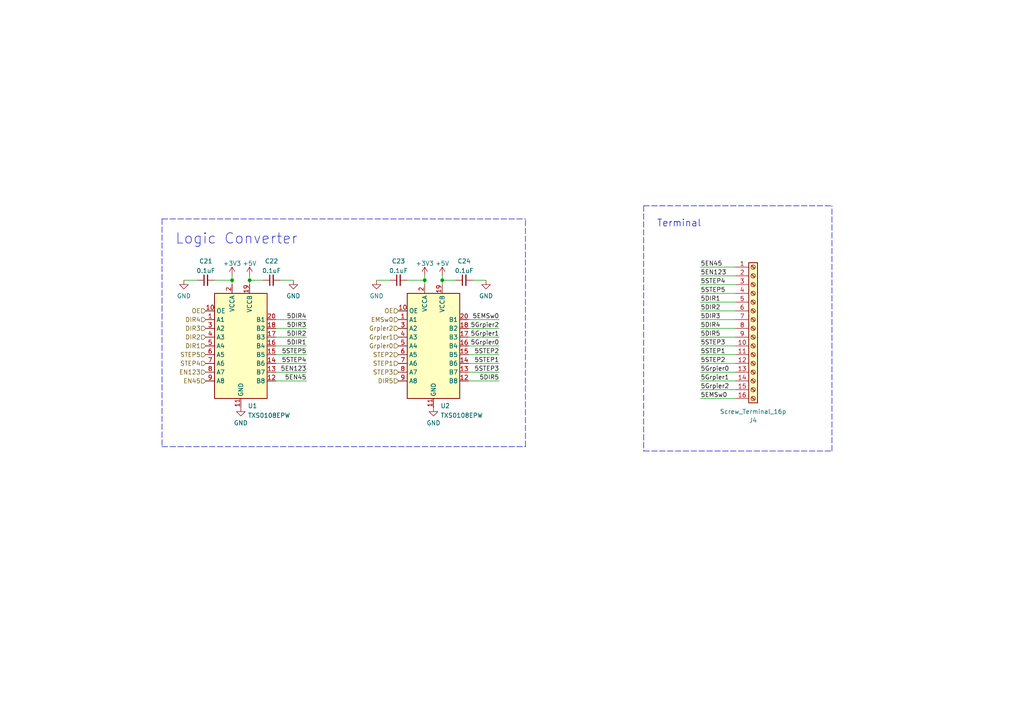
<source format=kicad_sch>
(kicad_sch (version 20211123) (generator eeschema)
  (paper "A4")
  (lib_symbols
    (symbol "Connector:Screw_Terminal_01x16" (pin_names (offset 1.016) hide)
      (property "Reference" "J" (at 0 20.32 0))
      (property "Value" "Screw_Terminal_01x16" (at 0 -22.86 0))
      (symbol "Screw_Terminal_01x16_1_1"
        (rectangle (start -1.27 19.05) (end 1.27 -21.59) (stroke (width 0.254)) (fill (type background)))
        (circle (center 0 -20.32) (radius 0.635) (stroke (width 0.1524)))
        (circle (center 0 -17.78) (radius 0.635) (stroke (width 0.1524)))
        (circle (center 0 -15.24) (radius 0.635) (stroke (width 0.1524)))
        (circle (center 0 -12.7) (radius 0.635) (stroke (width 0.1524)))
        (circle (center 0 -10.16) (radius 0.635) (stroke (width 0.1524)))
        (circle (center 0 -7.62) (radius 0.635) (stroke (width 0.1524)))
        (circle (center 0 -5.08) (radius 0.635) (stroke (width 0.1524)))
        (circle (center 0 -2.54) (radius 0.635) (stroke (width 0.1524)))
        (polyline (pts (xy -0.5334 -19.9898) (xy 0.3302 -20.828)) (stroke (width 0.1524)))
        (polyline (pts (xy -0.5334 -17.4498) (xy 0.3302 -18.288)) (stroke (width 0.1524)))
        (polyline (pts (xy -0.5334 -14.9098) (xy 0.3302 -15.748)) (stroke (width 0.1524)))
        (polyline (pts (xy -0.5334 -12.3698) (xy 0.3302 -13.208)) (stroke (width 0.1524)))
        (polyline (pts (xy -0.5334 -9.8298) (xy 0.3302 -10.668)) (stroke (width 0.1524)))
        (polyline (pts (xy -0.5334 -7.2898) (xy 0.3302 -8.128)) (stroke (width 0.1524)))
        (polyline (pts (xy -0.5334 -4.7498) (xy 0.3302 -5.588)) (stroke (width 0.1524)))
        (polyline (pts (xy -0.5334 -2.2098) (xy 0.3302 -3.048)) (stroke (width 0.1524)))
        (polyline (pts (xy -0.5334 0.3302) (xy 0.3302 -0.508)) (stroke (width 0.1524)))
        (polyline (pts (xy -0.5334 2.8702) (xy 0.3302 2.032)) (stroke (width 0.1524)))
        (polyline (pts (xy -0.5334 5.4102) (xy 0.3302 4.572)) (stroke (width 0.1524)))
        (polyline (pts (xy -0.5334 7.9502) (xy 0.3302 7.112)) (stroke (width 0.1524)))
        (polyline (pts (xy -0.5334 10.4902) (xy 0.3302 9.652)) (stroke (width 0.1524)))
        (polyline (pts (xy -0.5334 13.0302) (xy 0.3302 12.192)) (stroke (width 0.1524)))
        (polyline (pts (xy -0.5334 15.5702) (xy 0.3302 14.732)) (stroke (width 0.1524)))
        (polyline (pts (xy -0.5334 18.1102) (xy 0.3302 17.272)) (stroke (width 0.1524)))
        (polyline (pts (xy -0.3556 -19.812) (xy 0.508 -20.6502)) (stroke (width 0.1524)))
        (polyline (pts (xy -0.3556 -17.272) (xy 0.508 -18.1102)) (stroke (width 0.1524)))
        (polyline (pts (xy -0.3556 -14.732) (xy 0.508 -15.5702)) (stroke (width 0.1524)))
        (polyline (pts (xy -0.3556 -12.192) (xy 0.508 -13.0302)) (stroke (width 0.1524)))
        (polyline (pts (xy -0.3556 -9.652) (xy 0.508 -10.4902)) (stroke (width 0.1524)))
        (polyline (pts (xy -0.3556 -7.112) (xy 0.508 -7.9502)) (stroke (width 0.1524)))
        (polyline (pts (xy -0.3556 -4.572) (xy 0.508 -5.4102)) (stroke (width 0.1524)))
        (polyline (pts (xy -0.3556 -2.032) (xy 0.508 -2.8702)) (stroke (width 0.1524)))
        (polyline (pts (xy -0.3556 0.508) (xy 0.508 -0.3302)) (stroke (width 0.1524)))
        (polyline (pts (xy -0.3556 3.048) (xy 0.508 2.2098)) (stroke (width 0.1524)))
        (polyline (pts (xy -0.3556 5.588) (xy 0.508 4.7498)) (stroke (width 0.1524)))
        (polyline (pts (xy -0.3556 8.128) (xy 0.508 7.2898)) (stroke (width 0.1524)))
        (polyline (pts (xy -0.3556 10.668) (xy 0.508 9.8298)) (stroke (width 0.1524)))
        (polyline (pts (xy -0.3556 13.208) (xy 0.508 12.3698)) (stroke (width 0.1524)))
        (polyline (pts (xy -0.3556 15.748) (xy 0.508 14.9098)) (stroke (width 0.1524)))
        (polyline (pts (xy -0.3556 18.288) (xy 0.508 17.4498)) (stroke (width 0.1524)))
        (circle (center 0 0) (radius 0.635) (stroke (width 0.1524)))
        (circle (center 0 2.54) (radius 0.635) (stroke (width 0.1524)))
        (circle (center 0 5.08) (radius 0.635) (stroke (width 0.1524)))
        (circle (center 0 7.62) (radius 0.635) (stroke (width 0.1524)))
        (circle (center 0 10.16) (radius 0.635) (stroke (width 0.1524)))
        (circle (center 0 12.7) (radius 0.635) (stroke (width 0.1524)))
        (circle (center 0 15.24) (radius 0.635) (stroke (width 0.1524)))
        (circle (center 0 17.78) (radius 0.635) (stroke (width 0.1524)))
        (pin passive line (at -5.08 17.78 0) (length 3.81) (name "Pin_1") (number "1"))
        (pin passive line (at -5.08 -5.08 0) (length 3.81) (name "Pin_10") (number "10"))
        (pin passive line (at -5.08 -7.62 0) (length 3.81) (name "Pin_11") (number "11"))
        (pin passive line (at -5.08 -10.16 0) (length 3.81) (name "Pin_12") (number "12"))
        (pin passive line (at -5.08 -12.7 0) (length 3.81) (name "Pin_13") (number "13"))
        (pin passive line (at -5.08 -15.24 0) (length 3.81) (name "Pin_14") (number "14"))
        (pin passive line (at -5.08 -17.78 0) (length 3.81) (name "Pin_15") (number "15"))
        (pin passive line (at -5.08 -20.32 0) (length 3.81) (name "Pin_16") (number "16"))
        (pin passive line (at -5.08 15.24 0) (length 3.81) (name "Pin_2") (number "2"))
        (pin passive line (at -5.08 12.7 0) (length 3.81) (name "Pin_3") (number "3"))
        (pin passive line (at -5.08 10.16 0) (length 3.81) (name "Pin_4") (number "4"))
        (pin passive line (at -5.08 7.62 0) (length 3.81) (name "Pin_5") (number "5"))
        (pin passive line (at -5.08 5.08 0) (length 3.81) (name "Pin_6") (number "6"))
        (pin passive line (at -5.08 2.54 0) (length 3.81) (name "Pin_7") (number "7"))
        (pin passive line (at -5.08 0 0) (length 3.81) (name "Pin_8") (number "8"))
        (pin passive line (at -5.08 -2.54 0) (length 3.81) (name "Pin_9") (number "9"))
      )
    )
    (symbol "Device:C_Small" (pin_numbers hide) (pin_names (offset 0.254) hide)
      (property "Reference" "C" (at 0.254 1.778 0))
      (property "Value" "C_Small" (at 0.254 -2.032 0))
      (symbol "C_Small_0_1"
        (polyline (pts (xy -1.524 -0.508) (xy 1.524 -0.508)) (stroke (width 0.3302)))
        (polyline (pts (xy -1.524 0.508) (xy 1.524 0.508)) (stroke (width 0.3048)))
      )
      (symbol "C_Small_1_1"
        (pin passive line (at 0 2.54 270) (length 2.032) (name "~") (number "1"))
        (pin passive line (at 0 -2.54 90) (length 2.032) (name "~") (number "2"))
      )
    )
    (symbol "Logic_LevelTranslator:TXS0108EPW"
      (property "Reference" "U" (at -6.35 16.51 0))
      (property "Value" "TXS0108EPW" (at 3.81 16.51 0))
      (symbol "TXS0108EPW_0_1"
        (rectangle (start -7.62 15.24) (end 7.62 -15.24) (stroke (width 0.254)) (fill (type background)))
      )
      (symbol "TXS0108EPW_1_1"
        (pin bidirectional line (at -10.16 7.62 0) (length 2.54) (name "A1") (number "1"))
        (pin input line (at -10.16 10.16 0) (length 2.54) (name "OE") (number "10"))
        (pin power_in line (at 0 -17.78 90) (length 2.54) (name "GND") (number "11"))
        (pin bidirectional line (at 10.16 -10.16 180) (length 2.54) (name "B8") (number "12"))
        (pin bidirectional line (at 10.16 -7.62 180) (length 2.54) (name "B7") (number "13"))
        (pin bidirectional line (at 10.16 -5.08 180) (length 2.54) (name "B6") (number "14"))
        (pin bidirectional line (at 10.16 -2.54 180) (length 2.54) (name "B5") (number "15"))
        (pin bidirectional line (at 10.16 0 180) (length 2.54) (name "B4") (number "16"))
        (pin bidirectional line (at 10.16 2.54 180) (length 2.54) (name "B3") (number "17"))
        (pin bidirectional line (at 10.16 5.08 180) (length 2.54) (name "B2") (number "18"))
        (pin power_in line (at 2.54 17.78 270) (length 2.54) (name "VCCB") (number "19"))
        (pin power_in line (at -2.54 17.78 270) (length 2.54) (name "VCCA") (number "2"))
        (pin bidirectional line (at 10.16 7.62 180) (length 2.54) (name "B1") (number "20"))
        (pin bidirectional line (at -10.16 5.08 0) (length 2.54) (name "A2") (number "3"))
        (pin bidirectional line (at -10.16 2.54 0) (length 2.54) (name "A3") (number "4"))
        (pin bidirectional line (at -10.16 0 0) (length 2.54) (name "A4") (number "5"))
        (pin bidirectional line (at -10.16 -2.54 0) (length 2.54) (name "A5") (number "6"))
        (pin bidirectional line (at -10.16 -5.08 0) (length 2.54) (name "A6") (number "7"))
        (pin bidirectional line (at -10.16 -7.62 0) (length 2.54) (name "A7") (number "8"))
        (pin bidirectional line (at -10.16 -10.16 0) (length 2.54) (name "A8") (number "9"))
      )
    )
    (symbol "power:+3.3V" (power) (pin_names (offset 0))
      (property "Value" "+3.3V" (at 0 3.556 0))
      (symbol "+3.3V_0_1"
        (polyline (pts (xy -0.762 1.27) (xy 0 2.54)))
        (polyline (pts (xy 0 0) (xy 0 2.54)))
        (polyline (pts (xy 0 2.54) (xy 0.762 1.27)))
      )
      (symbol "+3.3V_1_1"
        (pin power_in line (at 0 0 90) (length 0) hide (name "+3V3") (number "1"))
      )
    )
    (symbol "power:+5V" (power) (pin_names (offset 0))
      (property "Value" "+5V" (at 0 3.556 0))
      (symbol "+5V_0_1"
        (polyline (pts (xy -0.762 1.27) (xy 0 2.54)))
        (polyline (pts (xy 0 0) (xy 0 2.54)))
        (polyline (pts (xy 0 2.54) (xy 0.762 1.27)))
      )
      (symbol "+5V_1_1"
        (pin power_in line (at 0 0 90) (length 0) hide (name "+5V") (number "1"))
      )
    )
    (symbol "power:GND" (power) (pin_names (offset 0))
      (property "Value" "GND" (at 0 -3.81 0))
      (symbol "GND_0_1"
        (polyline (pts (xy 0 0) (xy 0 -1.27) (xy 1.27 -1.27) (xy 0 -2.54) (xy -1.27 -1.27) (xy 0 -1.27)))
      )
      (symbol "GND_1_1"
        (pin power_in line (at 0 0 270) (length 0) hide (name "GND") (number "1"))
      )
    )
  )
  (junction (at 72.39 81.28))
  (junction (at 123.19 81.28))
  (junction (at 128.27 81.28))
  (junction (at 67.31 81.28))
  (wire (pts (xy 135.89 100.33) (xy 144.78 100.33)))
  (wire (pts (xy 80.01 92.71) (xy 88.9 92.71)))
  (wire (pts (xy 135.89 97.79) (xy 144.78 97.79)))
  (wire (pts (xy 203.2 105.41) (xy 213.36 105.41)))
  (wire (pts (xy 123.19 80.01) (xy 123.19 81.28)))
  (wire (pts (xy 128.27 81.28) (xy 128.27 82.55)))
  (polyline (pts (xy 241.3 130.81) (xy 241.3 59.69)))
  (wire (pts (xy 203.2 87.63) (xy 213.36 87.63)))
  (wire (pts (xy 135.89 95.25) (xy 144.78 95.25)))
  (wire (pts (xy 118.11 81.28) (xy 123.19 81.28)))
  (wire (pts (xy 203.2 90.17) (xy 213.36 90.17)))
  (wire (pts (xy 72.39 81.28) (xy 76.2 81.28)))
  (polyline (pts (xy 46.99 129.54) (xy 152.4 129.54)))
  (wire (pts (xy 62.23 81.28) (xy 67.31 81.28)))
  (wire (pts (xy 128.27 81.28) (xy 132.08 81.28)))
  (wire (pts (xy 137.16 81.28) (xy 140.97 81.28)))
  (polyline (pts (xy 186.69 130.81) (xy 241.3 130.81)))
  (wire (pts (xy 67.31 81.28) (xy 67.31 82.55)))
  (wire (pts (xy 81.28 81.28) (xy 85.09 81.28)))
  (wire (pts (xy 203.2 77.47) (xy 213.36 77.47)))
  (wire (pts (xy 80.01 110.49) (xy 88.9 110.49)))
  (wire (pts (xy 203.2 100.33) (xy 213.36 100.33)))
  (wire (pts (xy 67.31 80.01) (xy 67.31 81.28)))
  (wire (pts (xy 80.01 95.25) (xy 88.9 95.25)))
  (polyline (pts (xy 186.69 59.69) (xy 186.69 130.81)))
  (wire (pts (xy 128.27 80.01) (xy 128.27 81.28)))
  (wire (pts (xy 123.19 81.28) (xy 123.19 82.55)))
  (wire (pts (xy 135.89 107.95) (xy 144.78 107.95)))
  (wire (pts (xy 203.2 107.95) (xy 213.36 107.95)))
  (polyline (pts (xy 186.69 59.69) (xy 241.3 59.69)))
  (wire (pts (xy 203.2 97.79) (xy 213.36 97.79)))
  (wire (pts (xy 203.2 113.03) (xy 213.36 113.03)))
  (polyline (pts (xy 46.99 63.5) (xy 152.4 63.5)))
  (wire (pts (xy 53.34 81.28) (xy 57.15 81.28)))
  (wire (pts (xy 203.2 95.25) (xy 213.36 95.25)))
  (wire (pts (xy 80.01 107.95) (xy 88.9 107.95)))
  (wire (pts (xy 203.2 80.01) (xy 213.36 80.01)))
  (wire (pts (xy 135.89 105.41) (xy 144.78 105.41)))
  (wire (pts (xy 109.22 81.28) (xy 113.03 81.28)))
  (wire (pts (xy 135.89 92.71) (xy 144.78 92.71)))
  (wire (pts (xy 80.01 100.33) (xy 88.9 100.33)))
  (wire (pts (xy 203.2 115.57) (xy 213.36 115.57)))
  (wire (pts (xy 203.2 85.09) (xy 213.36 85.09)))
  (wire (pts (xy 203.2 110.49) (xy 213.36 110.49)))
  (wire (pts (xy 203.2 82.55) (xy 213.36 82.55)))
  (wire (pts (xy 72.39 80.01) (xy 72.39 81.28)))
  (wire (pts (xy 80.01 105.41) (xy 88.9 105.41)))
  (polyline (pts (xy 152.4 129.54) (xy 152.4 63.5)))
  (wire (pts (xy 135.89 110.49) (xy 144.78 110.49)))
  (wire (pts (xy 80.01 97.79) (xy 88.9 97.79)))
  (wire (pts (xy 203.2 102.87) (xy 213.36 102.87)))
  (wire (pts (xy 203.2 92.71) (xy 213.36 92.71)))
  (wire (pts (xy 80.01 102.87) (xy 88.9 102.87)))
  (wire (pts (xy 135.89 102.87) (xy 144.78 102.87)))
  (polyline (pts (xy 46.99 63.5) (xy 46.99 129.54)))
  (wire (pts (xy 72.39 81.28) (xy 72.39 82.55)))
  (text "Logic Converter" (at 50.8 71.12 0) (effects (font (size 3 3)) (justify left bottom)))
  (text "Terminal" (at 190.5 66.04 0) (effects (font (size 2 2)) (justify left bottom)))
  (label "5DIR4" (at 203.2 95.25 0))
  (label "5EN123" (at 88.9 107.95 180))
  (label "5DIR5" (at 203.2 97.79 0))
  (label "5EN45" (at 88.9 110.49 180))
  (label "5DIR2" (at 88.9 97.79 180))
  (label "5STEP1" (at 203.2 102.87 0))
  (label "5DIR5" (at 144.78 110.49 180))
  (label "5DIR1" (at 88.9 100.33 180))
  (label "5STEP5" (at 88.9 102.87 180))
  (label "5STEP4" (at 203.2 82.55 0))
  (label "5EMSw0" (at 203.2 115.57 0))
  (label "5STEP2" (at 203.2 105.41 0))
  (label "5EN123" (at 203.2 80.01 0))
  (label "5Grpier1" (at 144.78 97.79 180))
  (label "5Grpier1" (at 203.2 110.49 0))
  (label "5Grpier2" (at 144.78 95.25 180))
  (label "5STEP4" (at 88.9 105.41 180))
  (label "5STEP1" (at 144.78 105.41 180))
  (label "5EN45" (at 203.2 77.47 0))
  (label "5DIR2" (at 203.2 90.17 0))
  (label "5EMSw0" (at 144.78 92.71 180))
  (label "5STEP5" (at 203.2 85.09 0))
  (label "5STEP2" (at 144.78 102.87 180))
  (label "5DIR1" (at 203.2 87.63 0))
  (label "5STEP3" (at 144.78 107.95 180))
  (label "5STEP3" (at 203.2 100.33 0))
  (label "5Grpier2" (at 203.2 113.03 0))
  (label "5DIR4" (at 88.9 92.71 180))
  (label "5DIR3" (at 203.2 92.71 0))
  (label "5Grpier0" (at 203.2 107.95 0))
  (label "5Grpier0" (at 144.78 100.33 180))
  (label "5DIR3" (at 88.9 95.25 180))
  (hierarchical_label "DIR2" (shape input) (at 59.69 97.79 180))
  (hierarchical_label "DIR4" (shape input) (at 59.69 92.71 180))
  (hierarchical_label "EMSw0" (shape input) (at 115.57 92.71 180))
  (hierarchical_label "Grpier1" (shape input) (at 115.57 97.79 180))
  (hierarchical_label "OE" (shape input) (at 115.57 90.17 180))
  (hierarchical_label "Grpier2" (shape input) (at 115.57 95.25 180))
  (hierarchical_label "OE" (shape input) (at 59.69 90.17 180))
  (hierarchical_label "EN45" (shape input) (at 59.69 110.49 180))
  (hierarchical_label "Grpier0" (shape input) (at 115.57 100.33 180))
  (hierarchical_label "DIR5" (shape input) (at 115.57 110.49 180))
  (hierarchical_label "DIR1" (shape input) (at 59.69 100.33 180))
  (hierarchical_label "DIR3" (shape input) (at 59.69 95.25 180))
  (hierarchical_label "EN123" (shape input) (at 59.69 107.95 180))
  (hierarchical_label "STEP1" (shape input) (at 115.57 105.41 180))
  (hierarchical_label "STEP2" (shape input) (at 115.57 102.87 180))
  (hierarchical_label "STEP3" (shape input) (at 115.57 107.95 180))
  (hierarchical_label "STEP5" (shape input) (at 59.69 102.87 180))
  (hierarchical_label "STEP4" (shape input) (at 59.69 105.41 180))
  (symbol (lib_id "Connector:Screw_Terminal_01x16") (at 218.44 95.25 0) (unit 1)
    (property "Reference" "J4" (at 218.44 121.92 0))
    (property "Value" "Screw_Terminal_16p" (at 218.44 119.38 0))
    (property "Footprint" "TerminalBlock_Phoenix:TerminalBlock_Phoenix_PT-1,5-16-3.5-H_1x16_P3.50mm_Horizontal" (effects hide))
  )
  (symbol (lib_id "Device:C_Small") (at 134.62 81.28 90) (unit 1)
    (property "Reference" "C24" (at 134.6263 75.7514 90))
    (property "Value" "0.1uF" (at 134.6263 78.5265 90))
    (property "Footprint" "Capacitor_SMD:C_0603_1608Metric_Pad1.08x0.95mm_HandSolder" (effects hide))
  )
  (symbol (lib_id "power:GND") (at 109.22 81.28 0) (unit 1)
    (property "Reference" "#PWR047" (effects hide))
    (property "Value" "GND" (at 109.22 85.8425 0))
  )
  (symbol (lib_id "Logic_LevelTranslator:TXS0108EPW") (at 125.73 100.33 0) (unit 1)
    (property "Reference" "U2" (at 127.7494 117.7195 0) (effects (justify left)))
    (property "Value" "TXS0108EPW" (at 127.7494 120.4946 0) (effects (justify left)))
    (property "Footprint" "Package_SO:TSSOP-20_4.4x6.5mm_P0.65mm" (effects hide))
    (property "Datasheet" "www.ti.com/lit/ds/symlink/txs0108e.pdf" (effects hide))
  )
  (symbol (lib_id "power:GND") (at 85.09 81.28 0) (unit 1)
    (property "Reference" "#PWR046" (effects hide))
    (property "Value" "GND" (at 85.09 85.8425 0))
  )
  (symbol (lib_id "power:+5V") (at 72.39 80.01 0) (unit 1)
    (property "Reference" "#PWR045" (effects hide))
    (property "Value" "+5V" (at 72.39 76.4055 0))
  )
  (symbol (lib_id "Logic_LevelTranslator:TXS0108EPW") (at 69.85 100.33 0) (unit 1)
    (property "Reference" "U1" (at 71.8694 117.7195 0) (effects (justify left)))
    (property "Value" "TXS0108EPW" (at 71.8694 120.4946 0) (effects (justify left)))
    (property "Footprint" "Package_SO:TSSOP-20_4.4x6.5mm_P0.65mm" (effects hide))
    (property "Datasheet" "www.ti.com/lit/ds/symlink/txs0108e.pdf" (effects hide))
  )
  (symbol (lib_id "power:GND") (at 140.97 81.28 0) (unit 1)
    (property "Reference" "#PWR051" (effects hide))
    (property "Value" "GND" (at 140.97 85.8425 0))
  )
  (symbol (lib_id "power:GND") (at 53.34 81.28 0) (unit 1)
    (property "Reference" "#PWR042" (effects hide))
    (property "Value" "GND" (at 53.34 85.8425 0))
  )
  (symbol (lib_id "power:+3.3V") (at 67.31 80.01 0) (unit 1)
    (property "Reference" "#PWR043" (effects hide))
    (property "Value" "+3.3V" (at 67.31 76.4055 0))
  )
  (symbol (lib_id "Device:C_Small") (at 59.69 81.28 90) (unit 1)
    (property "Reference" "C21" (at 59.6963 75.7514 90))
    (property "Value" "0.1uF" (at 59.6963 78.5265 90))
    (property "Footprint" "Capacitor_SMD:C_0603_1608Metric_Pad1.08x0.95mm_HandSolder" (effects hide))
  )
  (symbol (lib_id "Device:C_Small") (at 115.57 81.28 90) (unit 1)
    (property "Reference" "C23" (at 115.5763 75.7514 90))
    (property "Value" "0.1uF" (at 115.5763 78.5265 90))
    (property "Footprint" "Capacitor_SMD:C_0603_1608Metric_Pad1.08x0.95mm_HandSolder" (effects hide))
  )
  (symbol (lib_id "power:GND") (at 125.73 118.11 0) (unit 1)
    (property "Reference" "#PWR049" (effects hide))
    (property "Value" "GND" (at 125.73 122.6725 0))
  )
  (symbol (lib_id "Device:C_Small") (at 78.74 81.28 90) (unit 1)
    (property "Reference" "C22" (at 78.7463 75.7514 90))
    (property "Value" "0.1uF" (at 78.7463 78.5265 90))
    (property "Footprint" "Capacitor_SMD:C_0603_1608Metric_Pad1.08x0.95mm_HandSolder" (effects hide))
  )
  (symbol (lib_id "power:+3.3V") (at 123.19 80.01 0) (unit 1)
    (property "Reference" "#PWR048" (effects hide))
    (property "Value" "+3.3V" (at 123.19 76.4055 0))
  )
  (symbol (lib_id "power:GND") (at 69.85 118.11 0) (unit 1)
    (property "Reference" "#PWR044" (effects hide))
    (property "Value" "GND" (at 69.85 122.6725 0))
  )
  (symbol (lib_id "power:+5V") (at 128.27 80.01 0) (unit 1)
    (property "Reference" "#PWR050" (effects hide))
    (property "Value" "+5V" (at 128.27 76.4055 0))
  )
)
</source>
